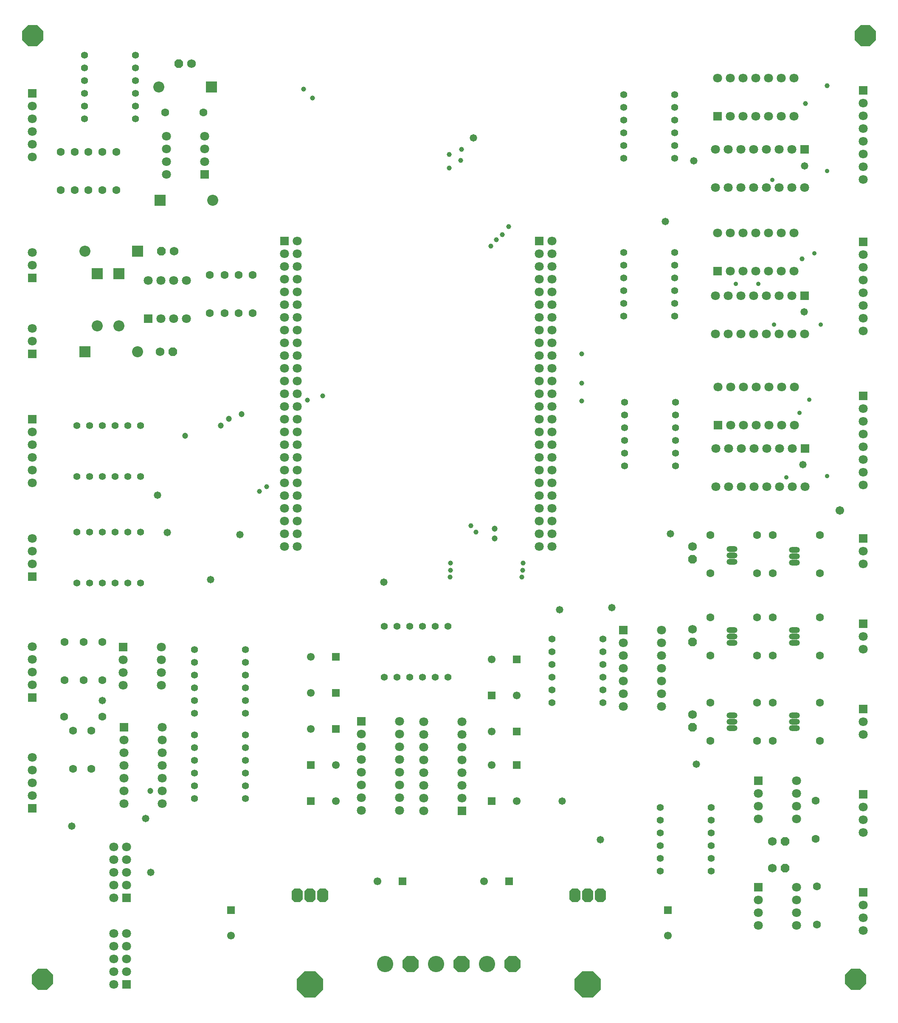
<source format=gts>
%FSLAX43Y43*%
%MOMM*%
G71*
G01*
G75*
G04 Layer_Color=8388736*
%ADD10C,1.500*%
%ADD11C,1.000*%
%ADD12C,0.500*%
%ADD13C,0.800*%
%ADD14C,0.300*%
%ADD15P,3.299X8X202.5*%
%ADD16C,3.048*%
%ADD17R,1.600X1.600*%
%ADD18C,1.600*%
%ADD19R,1.600X1.600*%
%ADD20P,5.412X8X202.5*%
G04:AMPARAMS|DCode=21|XSize=2.032mm|YSize=2.54mm|CornerRadius=0mm|HoleSize=0mm|Usage=FLASHONLY|Rotation=180.000|XOffset=0mm|YOffset=0mm|HoleType=Round|Shape=Octagon|*
%AMOCTAGOND21*
4,1,8,0.508,-1.270,-0.508,-1.270,-1.016,-0.762,-1.016,0.762,-0.508,1.270,0.508,1.270,1.016,0.762,1.016,-0.762,0.508,-1.270,0.0*
%
%ADD21OCTAGOND21*%

%ADD22C,1.524*%
%ADD23P,1.650X8X202.5*%
%ADD24R,2.000X2.000*%
%ADD25C,2.000*%
%ADD26C,1.219*%
%ADD27O,2.000X1.000*%
%ADD28O,2.000X1.000*%
%ADD29R,1.350X1.350*%
%ADD30C,1.350*%
%ADD31R,2.000X2.000*%
%ADD32R,1.350X1.350*%
%ADD33C,1.400*%
%ADD34P,4.330X8X22.5*%
%ADD35P,1.650X8X112.5*%
%ADD36C,1.270*%
%ADD37C,0.800*%
%ADD38C,1.000*%
%ADD39C,0.700*%
%ADD40C,1.500*%
%ADD41C,0.200*%
%ADD42C,0.250*%
%ADD43C,0.600*%
%ADD44C,0.254*%
%ADD45C,0.305*%
%ADD46C,0.127*%
%ADD47C,0.150*%
%ADD48C,0.120*%
%ADD49C,0.100*%
%ADD50C,0.203*%
%ADD51R,0.800X2.800*%
%ADD52R,2.800X0.800*%
%ADD53R,0.800X2.800*%
%ADD54P,3.519X8X202.5*%
%ADD55C,3.251*%
%ADD56R,1.803X1.803*%
%ADD57C,1.803*%
%ADD58R,1.803X1.803*%
%ADD59P,5.632X8X202.5*%
G04:AMPARAMS|DCode=60|XSize=2.235mm|YSize=2.743mm|CornerRadius=0mm|HoleSize=0mm|Usage=FLASHONLY|Rotation=180.000|XOffset=0mm|YOffset=0mm|HoleType=Round|Shape=Octagon|*
%AMOCTAGOND60*
4,1,8,0.559,-1.372,-0.559,-1.372,-1.118,-0.813,-1.118,0.813,-0.559,1.372,0.559,1.372,1.118,0.813,1.118,-0.813,0.559,-1.372,0.0*
%
%ADD60OCTAGOND60*%

%ADD61C,1.727*%
%ADD62P,1.870X8X202.5*%
%ADD63R,2.203X2.203*%
%ADD64C,2.203*%
%ADD65C,1.422*%
%ADD66O,2.203X1.203*%
%ADD67O,2.203X1.203*%
%ADD68R,1.553X1.553*%
%ADD69C,1.553*%
%ADD70R,2.203X2.203*%
%ADD71R,1.553X1.553*%
%ADD72C,1.603*%
%ADD73P,4.550X8X22.5*%
%ADD74P,1.870X8X112.5*%
%ADD75C,1.473*%
%ADD76C,1.003*%
%ADD77C,1.203*%
%ADD78C,0.903*%
%ADD79C,1.703*%
D54*
X258966Y67450D02*
D03*
X248806D02*
D03*
X238646D02*
D03*
D55*
X253886D02*
D03*
X243726D02*
D03*
X233566D02*
D03*
D56*
X317334Y170307D02*
D03*
X317207Y200787D02*
D03*
Y229997D02*
D03*
X328930Y152400D02*
D03*
Y135382D02*
D03*
Y118364D02*
D03*
X181991Y80645D02*
D03*
X163195Y241173D02*
D03*
Y176149D02*
D03*
Y189230D02*
D03*
Y204343D02*
D03*
X213487Y211709D02*
D03*
X264287D02*
D03*
X163195Y144780D02*
D03*
X299974Y175006D02*
D03*
X328930Y180848D02*
D03*
X299847Y205740D02*
D03*
X328930Y101346D02*
D03*
Y81788D02*
D03*
X181991Y63373D02*
D03*
X163195Y120650D02*
D03*
Y98552D02*
D03*
X186309Y196215D02*
D03*
X299847Y236601D02*
D03*
X328930Y241808D02*
D03*
Y211582D02*
D03*
D57*
X314794Y170307D02*
D03*
X312254D02*
D03*
X309714D02*
D03*
X307174D02*
D03*
X304634D02*
D03*
X302094D02*
D03*
X299554D02*
D03*
X317334Y162687D02*
D03*
X314794D02*
D03*
X312254D02*
D03*
X309714D02*
D03*
X307174D02*
D03*
X304634D02*
D03*
X302094D02*
D03*
X299554D02*
D03*
X314667Y200787D02*
D03*
X312127D02*
D03*
X309587D02*
D03*
X307047D02*
D03*
X304507D02*
D03*
X301967D02*
D03*
X299427D02*
D03*
X317207Y193167D02*
D03*
X314667D02*
D03*
X312127D02*
D03*
X309587D02*
D03*
X307047D02*
D03*
X304507D02*
D03*
X301967D02*
D03*
X299427D02*
D03*
X314667Y229997D02*
D03*
X312127D02*
D03*
X309587D02*
D03*
X307047D02*
D03*
X304507D02*
D03*
X301967D02*
D03*
X299427D02*
D03*
X317207Y222377D02*
D03*
X314667D02*
D03*
X312127D02*
D03*
X309587D02*
D03*
X307047D02*
D03*
X304507D02*
D03*
X301967D02*
D03*
X299427D02*
D03*
X307975Y101473D02*
D03*
Y98933D02*
D03*
Y96393D02*
D03*
X315595Y104013D02*
D03*
Y101473D02*
D03*
Y98933D02*
D03*
Y96393D02*
D03*
X307975Y80264D02*
D03*
Y77724D02*
D03*
Y75184D02*
D03*
X315595Y82804D02*
D03*
Y80264D02*
D03*
Y77724D02*
D03*
Y75184D02*
D03*
X328930Y147320D02*
D03*
Y149860D02*
D03*
Y130302D02*
D03*
Y132842D02*
D03*
Y113284D02*
D03*
Y115824D02*
D03*
X281051Y131572D02*
D03*
Y129032D02*
D03*
Y126492D02*
D03*
Y123952D02*
D03*
Y121412D02*
D03*
Y118872D02*
D03*
X288671Y134112D02*
D03*
Y131572D02*
D03*
Y129032D02*
D03*
Y126492D02*
D03*
Y123952D02*
D03*
Y121412D02*
D03*
Y118872D02*
D03*
X179451Y80645D02*
D03*
X181991Y83185D02*
D03*
X179451D02*
D03*
X181991Y85725D02*
D03*
X179451D02*
D03*
X181991Y88265D02*
D03*
X179451D02*
D03*
X181991Y90805D02*
D03*
X179451D02*
D03*
X181356Y128143D02*
D03*
Y125603D02*
D03*
Y123063D02*
D03*
X188976Y130683D02*
D03*
Y128143D02*
D03*
Y125603D02*
D03*
Y123063D02*
D03*
X248920Y100584D02*
D03*
Y103124D02*
D03*
Y105664D02*
D03*
Y108204D02*
D03*
Y110744D02*
D03*
Y113284D02*
D03*
Y115824D02*
D03*
X241300Y98044D02*
D03*
Y100584D02*
D03*
Y103124D02*
D03*
Y105664D02*
D03*
Y108204D02*
D03*
Y110744D02*
D03*
Y113284D02*
D03*
Y115824D02*
D03*
X228854Y113352D02*
D03*
Y110812D02*
D03*
Y108272D02*
D03*
Y105732D02*
D03*
Y103192D02*
D03*
Y100652D02*
D03*
Y98112D02*
D03*
X236474Y115892D02*
D03*
Y113352D02*
D03*
Y110812D02*
D03*
Y108272D02*
D03*
Y105732D02*
D03*
Y103192D02*
D03*
Y100652D02*
D03*
Y98112D02*
D03*
X163195Y228473D02*
D03*
Y231013D02*
D03*
Y233553D02*
D03*
Y236093D02*
D03*
Y238633D02*
D03*
X197612Y227584D02*
D03*
Y230124D02*
D03*
Y232664D02*
D03*
X189992Y225044D02*
D03*
Y227584D02*
D03*
Y230124D02*
D03*
Y232664D02*
D03*
X181483Y112141D02*
D03*
Y109601D02*
D03*
Y107061D02*
D03*
Y104521D02*
D03*
Y101981D02*
D03*
Y99441D02*
D03*
X189103Y114681D02*
D03*
Y112141D02*
D03*
Y109601D02*
D03*
Y107061D02*
D03*
Y104521D02*
D03*
Y101981D02*
D03*
Y99441D02*
D03*
X163195Y163449D02*
D03*
Y165989D02*
D03*
Y168529D02*
D03*
Y171069D02*
D03*
Y173609D02*
D03*
Y194310D02*
D03*
Y191770D02*
D03*
Y209423D02*
D03*
Y206883D02*
D03*
X216027Y150749D02*
D03*
X213487D02*
D03*
X216027Y153289D02*
D03*
X213487D02*
D03*
X216027Y155829D02*
D03*
X213487D02*
D03*
X216027Y158369D02*
D03*
X213487D02*
D03*
X216027Y160909D02*
D03*
X213487D02*
D03*
X216027Y163449D02*
D03*
X213487D02*
D03*
X216027Y165989D02*
D03*
X213487D02*
D03*
X216027Y168529D02*
D03*
X213487D02*
D03*
X216027Y171069D02*
D03*
X213487D02*
D03*
X216027Y173609D02*
D03*
X213487D02*
D03*
X216027Y176149D02*
D03*
X213487D02*
D03*
X216027Y178689D02*
D03*
X213487D02*
D03*
X216027Y181229D02*
D03*
X213487D02*
D03*
X216027Y183769D02*
D03*
X213487D02*
D03*
X216027Y186309D02*
D03*
X213487D02*
D03*
X216027Y188849D02*
D03*
X213487D02*
D03*
X216027Y191389D02*
D03*
X213487D02*
D03*
X216027Y193929D02*
D03*
X213487D02*
D03*
X216027Y196469D02*
D03*
X213487D02*
D03*
X216027Y199009D02*
D03*
X213487D02*
D03*
X216027Y201549D02*
D03*
X213487D02*
D03*
X216027Y204089D02*
D03*
X213487D02*
D03*
X216027Y206629D02*
D03*
X213487D02*
D03*
X216027Y209169D02*
D03*
X213487D02*
D03*
X216027Y211709D02*
D03*
X266827Y150749D02*
D03*
X264287D02*
D03*
X266827Y153289D02*
D03*
X264287D02*
D03*
X266827Y155829D02*
D03*
X264287D02*
D03*
X266827Y158369D02*
D03*
X264287D02*
D03*
X266827Y160909D02*
D03*
X264287D02*
D03*
X266827Y163449D02*
D03*
X264287D02*
D03*
X266827Y165989D02*
D03*
X264287D02*
D03*
X266827Y168529D02*
D03*
X264287D02*
D03*
X266827Y171069D02*
D03*
X264287D02*
D03*
X266827Y173609D02*
D03*
X264287D02*
D03*
X266827Y176149D02*
D03*
X264287D02*
D03*
X266827Y178689D02*
D03*
X264287D02*
D03*
X266827Y181229D02*
D03*
X264287D02*
D03*
X266827Y183769D02*
D03*
X264287D02*
D03*
X266827Y186309D02*
D03*
X264287D02*
D03*
X266827Y188849D02*
D03*
X264287D02*
D03*
X266827Y191389D02*
D03*
X264287D02*
D03*
X266827Y193929D02*
D03*
X264287D02*
D03*
X266827Y196469D02*
D03*
X264287D02*
D03*
X266827Y199009D02*
D03*
X264287D02*
D03*
X266827Y201549D02*
D03*
X264287D02*
D03*
X266827Y204089D02*
D03*
X264287D02*
D03*
X266827Y206629D02*
D03*
X264287D02*
D03*
X266827Y209169D02*
D03*
X264287D02*
D03*
X266827Y211709D02*
D03*
X163195Y147320D02*
D03*
Y149860D02*
D03*
Y152400D02*
D03*
X302514Y175006D02*
D03*
X305054D02*
D03*
X307594D02*
D03*
X310134D02*
D03*
X312674D02*
D03*
X315214D02*
D03*
X299974Y182626D02*
D03*
X302514D02*
D03*
X305054D02*
D03*
X307594D02*
D03*
X310134D02*
D03*
X312674D02*
D03*
X315214D02*
D03*
X328930Y163068D02*
D03*
Y165608D02*
D03*
Y168148D02*
D03*
Y170688D02*
D03*
Y173228D02*
D03*
Y175768D02*
D03*
Y178308D02*
D03*
X302387Y205740D02*
D03*
X304927D02*
D03*
X307467D02*
D03*
X310007D02*
D03*
X312547D02*
D03*
X315087D02*
D03*
X299847Y213360D02*
D03*
X302387D02*
D03*
X304927D02*
D03*
X307467D02*
D03*
X310007D02*
D03*
X312547D02*
D03*
X315087D02*
D03*
X328930Y98806D02*
D03*
Y96266D02*
D03*
Y93726D02*
D03*
Y79248D02*
D03*
Y76708D02*
D03*
Y74168D02*
D03*
X179451Y63373D02*
D03*
X181991Y65913D02*
D03*
X179451D02*
D03*
X181991Y68453D02*
D03*
X179451D02*
D03*
X181991Y70993D02*
D03*
X179451D02*
D03*
X181991Y73533D02*
D03*
X179451D02*
D03*
X163195Y123190D02*
D03*
Y125730D02*
D03*
Y128270D02*
D03*
Y130810D02*
D03*
Y101092D02*
D03*
Y103632D02*
D03*
Y106172D02*
D03*
Y108712D02*
D03*
X188849Y196215D02*
D03*
X191389D02*
D03*
X193929D02*
D03*
X186309Y203835D02*
D03*
X188849D02*
D03*
X191389D02*
D03*
X193929D02*
D03*
X302387Y236601D02*
D03*
X304927D02*
D03*
X307467D02*
D03*
X310007D02*
D03*
X312547D02*
D03*
X315087D02*
D03*
X299847Y244221D02*
D03*
X302387D02*
D03*
X304927D02*
D03*
X307467D02*
D03*
X310007D02*
D03*
X312547D02*
D03*
X315087D02*
D03*
X328930Y224028D02*
D03*
Y226568D02*
D03*
Y229108D02*
D03*
Y231648D02*
D03*
Y234188D02*
D03*
Y236728D02*
D03*
Y239268D02*
D03*
Y193802D02*
D03*
Y196342D02*
D03*
Y198882D02*
D03*
Y201422D02*
D03*
Y203962D02*
D03*
Y206502D02*
D03*
Y209042D02*
D03*
D58*
X307975Y104013D02*
D03*
Y82804D02*
D03*
X281051Y134112D02*
D03*
X181356Y130683D02*
D03*
X248920Y98044D02*
D03*
X228854Y115892D02*
D03*
X197612Y225044D02*
D03*
X181483Y114681D02*
D03*
D59*
X273952Y63386D02*
D03*
X218580D02*
D03*
D60*
X271412Y81166D02*
D03*
X273952D02*
D03*
X276492D02*
D03*
X216040D02*
D03*
X218580D02*
D03*
X221120D02*
D03*
D61*
X188722Y189611D02*
D03*
X194945Y247142D02*
D03*
X191516Y209677D02*
D03*
X310769Y86614D02*
D03*
Y91948D02*
D03*
X294894Y150749D02*
D03*
Y134239D02*
D03*
Y117221D02*
D03*
D62*
X191262Y189611D02*
D03*
X192405Y247142D02*
D03*
X188976Y209677D02*
D03*
X313309Y86614D02*
D03*
Y91948D02*
D03*
D63*
X198905Y242443D02*
D03*
X184173Y209677D02*
D03*
X173713Y189611D02*
D03*
X188699Y219837D02*
D03*
D64*
X188445Y242443D02*
D03*
X180467Y194795D02*
D03*
X173713Y209677D02*
D03*
X176149Y194795D02*
D03*
X184173Y189611D02*
D03*
X199159Y219837D02*
D03*
D65*
X266827Y132334D02*
D03*
Y129794D02*
D03*
Y127254D02*
D03*
Y124714D02*
D03*
Y122174D02*
D03*
Y119634D02*
D03*
X276987D02*
D03*
Y122174D02*
D03*
Y124714D02*
D03*
Y127254D02*
D03*
Y129794D02*
D03*
Y132334D02*
D03*
X281305Y179578D02*
D03*
Y177038D02*
D03*
Y174498D02*
D03*
Y171958D02*
D03*
Y169418D02*
D03*
Y166878D02*
D03*
X291465D02*
D03*
Y169418D02*
D03*
Y171958D02*
D03*
Y174498D02*
D03*
Y177038D02*
D03*
Y179578D02*
D03*
X281178Y209423D02*
D03*
Y206883D02*
D03*
Y204343D02*
D03*
Y201803D02*
D03*
Y199263D02*
D03*
Y196723D02*
D03*
X291338D02*
D03*
Y199263D02*
D03*
Y201803D02*
D03*
Y204343D02*
D03*
Y206883D02*
D03*
Y209423D02*
D03*
X281178Y240919D02*
D03*
Y238379D02*
D03*
Y235839D02*
D03*
Y233299D02*
D03*
Y230759D02*
D03*
Y228219D02*
D03*
X291338D02*
D03*
Y230759D02*
D03*
Y233299D02*
D03*
Y235839D02*
D03*
Y238379D02*
D03*
Y240919D02*
D03*
X246126Y134874D02*
D03*
X243586D02*
D03*
X241046D02*
D03*
X238506D02*
D03*
X235966D02*
D03*
X233426D02*
D03*
Y124714D02*
D03*
X235966D02*
D03*
X238506D02*
D03*
X241046D02*
D03*
X243586D02*
D03*
X246126D02*
D03*
X184785Y153670D02*
D03*
X182245D02*
D03*
X179705D02*
D03*
X177165D02*
D03*
X174625D02*
D03*
X172085D02*
D03*
Y143510D02*
D03*
X174625D02*
D03*
X177165D02*
D03*
X179705D02*
D03*
X182245D02*
D03*
X184785D02*
D03*
X183769Y236093D02*
D03*
Y238633D02*
D03*
Y241173D02*
D03*
Y243713D02*
D03*
Y246253D02*
D03*
Y248793D02*
D03*
X173609D02*
D03*
Y246253D02*
D03*
Y243713D02*
D03*
Y241173D02*
D03*
Y238633D02*
D03*
Y236093D02*
D03*
X184785Y174879D02*
D03*
X182245D02*
D03*
X179705D02*
D03*
X177165D02*
D03*
X174625D02*
D03*
X172085D02*
D03*
Y164719D02*
D03*
X174625D02*
D03*
X177165D02*
D03*
X179705D02*
D03*
X182245D02*
D03*
X184785D02*
D03*
X205740Y117475D02*
D03*
Y120015D02*
D03*
Y122555D02*
D03*
Y125095D02*
D03*
Y127635D02*
D03*
Y130175D02*
D03*
X195580D02*
D03*
Y127635D02*
D03*
Y125095D02*
D03*
Y122555D02*
D03*
Y120015D02*
D03*
Y117475D02*
D03*
X205740Y100457D02*
D03*
Y102997D02*
D03*
Y105537D02*
D03*
Y108077D02*
D03*
Y110617D02*
D03*
Y113157D02*
D03*
X195580D02*
D03*
Y110617D02*
D03*
Y108077D02*
D03*
Y105537D02*
D03*
Y102997D02*
D03*
Y100457D02*
D03*
X288417Y98679D02*
D03*
Y96139D02*
D03*
Y93599D02*
D03*
Y91059D02*
D03*
Y88519D02*
D03*
Y85979D02*
D03*
X298577D02*
D03*
Y88519D02*
D03*
Y91059D02*
D03*
Y93599D02*
D03*
Y96139D02*
D03*
Y98679D02*
D03*
D66*
X315214Y117094D02*
D03*
X302768D02*
D03*
X315214Y134112D02*
D03*
X302768D02*
D03*
X315214Y150114D02*
D03*
X302768Y150241D02*
D03*
D67*
X315214Y115824D02*
D03*
Y114554D02*
D03*
X302768Y115824D02*
D03*
Y114554D02*
D03*
X315214Y132842D02*
D03*
Y131572D02*
D03*
X302768Y132842D02*
D03*
Y131572D02*
D03*
X315214Y148844D02*
D03*
Y147574D02*
D03*
X302768Y148971D02*
D03*
Y147701D02*
D03*
D68*
X218734Y99949D02*
D03*
X223734Y114364D02*
D03*
X218734Y107156D02*
D03*
X223734Y128778D02*
D03*
Y121571D02*
D03*
X254802Y121063D02*
D03*
X259802Y113855D02*
D03*
Y128270D02*
D03*
Y107156D02*
D03*
X254802Y99949D02*
D03*
X258278Y83947D02*
D03*
X237069D02*
D03*
D69*
X223734Y99949D02*
D03*
X218734Y114364D02*
D03*
X223734Y107156D02*
D03*
X218734Y128778D02*
D03*
Y121571D02*
D03*
X259802Y121063D02*
D03*
X254802Y113855D02*
D03*
Y128270D02*
D03*
Y107156D02*
D03*
X259802Y99949D02*
D03*
X289941Y73192D02*
D03*
X253278Y83947D02*
D03*
X232069D02*
D03*
X202819Y73192D02*
D03*
D70*
X180467Y205255D02*
D03*
X176149D02*
D03*
D71*
X289941Y78192D02*
D03*
X202819D02*
D03*
D72*
X319659Y75311D02*
D03*
Y82931D02*
D03*
X319405Y92456D02*
D03*
Y100076D02*
D03*
X177165Y124079D02*
D03*
Y131699D02*
D03*
X173482D02*
D03*
Y124079D02*
D03*
X169672D02*
D03*
Y131699D02*
D03*
X207137Y197358D02*
D03*
Y204978D02*
D03*
X198628Y197358D02*
D03*
Y204978D02*
D03*
X201549D02*
D03*
Y197358D02*
D03*
X204343Y204978D02*
D03*
Y197358D02*
D03*
X168910Y229489D02*
D03*
Y221869D02*
D03*
X310896Y145415D02*
D03*
Y153035D02*
D03*
X320294D02*
D03*
Y145415D02*
D03*
X307721Y153035D02*
D03*
Y145415D02*
D03*
X298450D02*
D03*
Y153035D02*
D03*
X307721Y129032D02*
D03*
Y136652D02*
D03*
X310896Y129032D02*
D03*
Y136652D02*
D03*
X298450Y129032D02*
D03*
Y136652D02*
D03*
X320294D02*
D03*
Y129032D02*
D03*
X298450Y112014D02*
D03*
Y119634D02*
D03*
X307721Y112014D02*
D03*
Y119634D02*
D03*
X310896Y112014D02*
D03*
Y119634D02*
D03*
X320294D02*
D03*
Y112014D02*
D03*
X189738Y237363D02*
D03*
X197358D02*
D03*
X171672Y221869D02*
D03*
Y229489D02*
D03*
X174434Y221869D02*
D03*
Y229489D02*
D03*
X177197Y221869D02*
D03*
Y229489D02*
D03*
X179959D02*
D03*
Y221869D02*
D03*
X175006Y106426D02*
D03*
Y114046D02*
D03*
X177165Y116840D02*
D03*
X169545D02*
D03*
X171323Y106426D02*
D03*
Y114046D02*
D03*
D73*
X329311Y252730D02*
D03*
X163322D02*
D03*
X165227Y64389D02*
D03*
X327406D02*
D03*
D74*
X294894Y148209D02*
D03*
Y131699D02*
D03*
Y114681D02*
D03*
D75*
X171069Y94996D02*
D03*
X295656Y107315D02*
D03*
X268859Y99949D02*
D03*
X276492Y92316D02*
D03*
X204597Y153162D02*
D03*
X233299Y143637D02*
D03*
X190119Y153543D02*
D03*
X188214Y161036D02*
D03*
X295148Y227711D02*
D03*
X290449Y153289D02*
D03*
X289433Y215646D02*
D03*
X251206Y232283D02*
D03*
X268351Y138176D02*
D03*
X278765Y138557D02*
D03*
X316865Y167132D02*
D03*
X317119Y197612D02*
D03*
X317207Y226734D02*
D03*
X186817Y85725D02*
D03*
X177165Y120015D02*
D03*
X198755Y144145D02*
D03*
X185839Y96520D02*
D03*
D76*
X272796Y183388D02*
D03*
Y179832D02*
D03*
X260858Y144653D02*
D03*
X260985Y146050D02*
D03*
X261112Y147447D02*
D03*
X246507Y144653D02*
D03*
X246634Y147447D02*
D03*
X208534Y161798D02*
D03*
X209931Y162687D02*
D03*
X316738Y208153D02*
D03*
X317373Y239141D02*
D03*
X321691Y242697D02*
D03*
X272796Y189230D02*
D03*
X218059Y179959D02*
D03*
X221107Y180848D02*
D03*
X258191Y214630D02*
D03*
X256921Y212979D02*
D03*
X255778Y211963D02*
D03*
X254635Y210693D02*
D03*
X246380Y226314D02*
D03*
X248666Y227838D02*
D03*
X246380Y228981D02*
D03*
X248793Y229997D02*
D03*
X217297Y242062D02*
D03*
X219075Y240284D02*
D03*
X251714Y153670D02*
D03*
X250698Y154940D02*
D03*
X246634Y146050D02*
D03*
D77*
X255397Y154305D02*
D03*
Y152400D02*
D03*
X193675Y172847D02*
D03*
X200787Y174879D02*
D03*
X202438Y176276D02*
D03*
X204978Y177165D02*
D03*
X186792Y101981D02*
D03*
D78*
X321691Y164846D02*
D03*
X313563Y164592D02*
D03*
X307975Y203200D02*
D03*
X303530D02*
D03*
X311150Y195072D02*
D03*
X310812Y223901D02*
D03*
X321691Y225679D02*
D03*
X320421Y195072D02*
D03*
X319151Y209296D02*
D03*
X316230Y177419D02*
D03*
X318135Y180086D02*
D03*
D79*
X324231Y157988D02*
D03*
M02*

</source>
